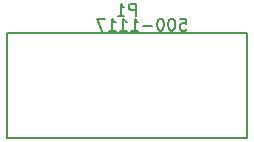
<source format=gbr>
G04 #@! TF.GenerationSoftware,KiCad,Pcbnew,(5.0.2)-1*
G04 #@! TF.CreationDate,2019-01-01T19:01:33-08:00*
G04 #@! TF.ProjectId,500-1117,3530302d-3131-4313-972e-6b696361645f,A*
G04 #@! TF.SameCoordinates,Original*
G04 #@! TF.FileFunction,Legend,Bot*
G04 #@! TF.FilePolarity,Positive*
%FSLAX46Y46*%
G04 Gerber Fmt 4.6, Leading zero omitted, Abs format (unit mm)*
G04 Created by KiCad (PCBNEW (5.0.2)-1) date 1/1/2019 7:01:33 PM*
%MOMM*%
%LPD*%
G01*
G04 APERTURE LIST*
%ADD10C,0.150000*%
G04 APERTURE END LIST*
D10*
G04 #@! TO.C,P1*
X137795000Y-114300000D02*
X137795000Y-116205000D01*
X117475000Y-114300000D02*
X137795000Y-114300000D01*
X117475000Y-116205000D02*
X117475000Y-114300000D01*
X137795000Y-123190000D02*
X137795000Y-121285000D01*
X117475000Y-123190000D02*
X137795000Y-123190000D01*
X117475000Y-121285000D02*
X117475000Y-123190000D01*
X117475000Y-116205000D02*
X117475000Y-121285000D01*
X137795000Y-121285000D02*
X137795000Y-116205000D01*
X128373095Y-112847380D02*
X128373095Y-111847380D01*
X127992142Y-111847380D01*
X127896904Y-111895000D01*
X127849285Y-111942619D01*
X127801666Y-112037857D01*
X127801666Y-112180714D01*
X127849285Y-112275952D01*
X127896904Y-112323571D01*
X127992142Y-112371190D01*
X128373095Y-112371190D01*
X126849285Y-112847380D02*
X127420714Y-112847380D01*
X127135000Y-112847380D02*
X127135000Y-111847380D01*
X127230238Y-111990238D01*
X127325476Y-112085476D01*
X127420714Y-112133095D01*
X132143095Y-113117380D02*
X132619285Y-113117380D01*
X132666904Y-113593571D01*
X132619285Y-113545952D01*
X132524047Y-113498333D01*
X132285952Y-113498333D01*
X132190714Y-113545952D01*
X132143095Y-113593571D01*
X132095476Y-113688809D01*
X132095476Y-113926904D01*
X132143095Y-114022142D01*
X132190714Y-114069761D01*
X132285952Y-114117380D01*
X132524047Y-114117380D01*
X132619285Y-114069761D01*
X132666904Y-114022142D01*
X131476428Y-113117380D02*
X131381190Y-113117380D01*
X131285952Y-113165000D01*
X131238333Y-113212619D01*
X131190714Y-113307857D01*
X131143095Y-113498333D01*
X131143095Y-113736428D01*
X131190714Y-113926904D01*
X131238333Y-114022142D01*
X131285952Y-114069761D01*
X131381190Y-114117380D01*
X131476428Y-114117380D01*
X131571666Y-114069761D01*
X131619285Y-114022142D01*
X131666904Y-113926904D01*
X131714523Y-113736428D01*
X131714523Y-113498333D01*
X131666904Y-113307857D01*
X131619285Y-113212619D01*
X131571666Y-113165000D01*
X131476428Y-113117380D01*
X130524047Y-113117380D02*
X130428809Y-113117380D01*
X130333571Y-113165000D01*
X130285952Y-113212619D01*
X130238333Y-113307857D01*
X130190714Y-113498333D01*
X130190714Y-113736428D01*
X130238333Y-113926904D01*
X130285952Y-114022142D01*
X130333571Y-114069761D01*
X130428809Y-114117380D01*
X130524047Y-114117380D01*
X130619285Y-114069761D01*
X130666904Y-114022142D01*
X130714523Y-113926904D01*
X130762142Y-113736428D01*
X130762142Y-113498333D01*
X130714523Y-113307857D01*
X130666904Y-113212619D01*
X130619285Y-113165000D01*
X130524047Y-113117380D01*
X129762142Y-113736428D02*
X129000238Y-113736428D01*
X128000238Y-114117380D02*
X128571666Y-114117380D01*
X128285952Y-114117380D02*
X128285952Y-113117380D01*
X128381190Y-113260238D01*
X128476428Y-113355476D01*
X128571666Y-113403095D01*
X127047857Y-114117380D02*
X127619285Y-114117380D01*
X127333571Y-114117380D02*
X127333571Y-113117380D01*
X127428809Y-113260238D01*
X127524047Y-113355476D01*
X127619285Y-113403095D01*
X126095476Y-114117380D02*
X126666904Y-114117380D01*
X126381190Y-114117380D02*
X126381190Y-113117380D01*
X126476428Y-113260238D01*
X126571666Y-113355476D01*
X126666904Y-113403095D01*
X125762142Y-113117380D02*
X125095476Y-113117380D01*
X125524047Y-114117380D01*
G04 #@! TD*
M02*

</source>
